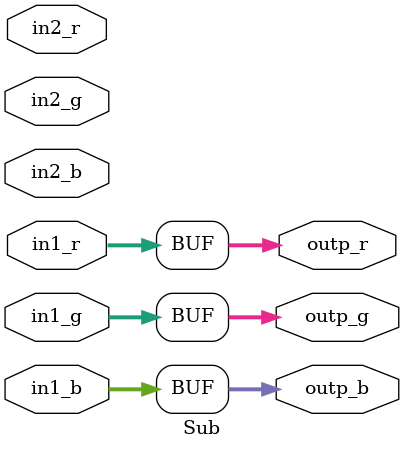
<source format=sv>
module Top (
	input logic [7:0] in1_r,
	input logic [7:0] in1_g,
	input logic [7:0] in1_b,

	output logic [7:0] outp_r,
	output logic [7:0] outp_g,
	output logic [7:0] outp_b
);

	Sub u (
		.in1_r(in1_r),
		.in1_g(in1_g),
		.in1_b(in1_b),

		.in2_r(in1_r),
		.in2_g(in1_g),
		.in2_b(in1_b),

		.outp_r(outp_r),
		.outp_g(outp_g),
		.outp_b(outp_b),

	);

endmodule


////////////////////////////////////////////////////////////////////////////////
// Sub
////////////////////////////////////////////////////////////////////////////////
module Sub (
	input logic [7:0] in1_r,
	input logic [7:0] in1_g,
	input logic [7:0] in1_b,

	input logic [7:0] in2_r,
	input logic [7:0] in2_g,
	input logic [7:0] in2_b,

	output logic [7:0] outp_r,
	output logic [7:0] outp_g,
	output logic [7:0] outp_b
);

	assign outp_r = 1'h1 ? in1_r : in1_r;
	assign outp_g = 1'h1 ? in1_g : in1_g;
	assign outp_b = 1'h1 ? in1_b : in1_b;

endmodule



</source>
